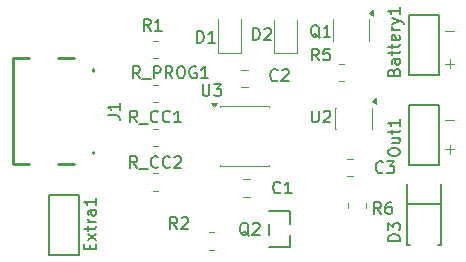
<source format=gbr>
%TF.GenerationSoftware,KiCad,Pcbnew,9.0.7-9.0.7~ubuntu24.04.1*%
%TF.CreationDate,2026-01-27T10:33:45-05:00*%
%TF.ProjectId,battery-charging-experimentation,62617474-6572-4792-9d63-68617267696e,rev?*%
%TF.SameCoordinates,Original*%
%TF.FileFunction,Legend,Top*%
%TF.FilePolarity,Positive*%
%FSLAX46Y46*%
G04 Gerber Fmt 4.6, Leading zero omitted, Abs format (unit mm)*
G04 Created by KiCad (PCBNEW 9.0.7-9.0.7~ubuntu24.04.1) date 2026-01-27 10:33:45*
%MOMM*%
%LPD*%
G01*
G04 APERTURE LIST*
%ADD10C,0.100000*%
%ADD11C,0.150000*%
%ADD12C,0.200000*%
%ADD13C,0.120000*%
%ADD14C,0.250000*%
G04 APERTURE END LIST*
D10*
X89013884Y-50241466D02*
X89775789Y-50241466D01*
X89013884Y-52991466D02*
X89775789Y-52991466D01*
X89394836Y-53372419D02*
X89394836Y-52610514D01*
X89013884Y-57741466D02*
X89775789Y-57741466D01*
X89013884Y-60241466D02*
X89775789Y-60241466D01*
X89394836Y-60622419D02*
X89394836Y-59860514D01*
D11*
X58931009Y-68702857D02*
X58931009Y-68369524D01*
X59454819Y-68226667D02*
X59454819Y-68702857D01*
X59454819Y-68702857D02*
X58454819Y-68702857D01*
X58454819Y-68702857D02*
X58454819Y-68226667D01*
X59454819Y-67893333D02*
X58788152Y-67369524D01*
X58788152Y-67893333D02*
X59454819Y-67369524D01*
X58788152Y-67131428D02*
X58788152Y-66750476D01*
X58454819Y-66988571D02*
X59311961Y-66988571D01*
X59311961Y-66988571D02*
X59407200Y-66940952D01*
X59407200Y-66940952D02*
X59454819Y-66845714D01*
X59454819Y-66845714D02*
X59454819Y-66750476D01*
X59454819Y-66417142D02*
X58788152Y-66417142D01*
X58978628Y-66417142D02*
X58883390Y-66369523D01*
X58883390Y-66369523D02*
X58835771Y-66321904D01*
X58835771Y-66321904D02*
X58788152Y-66226666D01*
X58788152Y-66226666D02*
X58788152Y-66131428D01*
X59454819Y-65369523D02*
X58931009Y-65369523D01*
X58931009Y-65369523D02*
X58835771Y-65417142D01*
X58835771Y-65417142D02*
X58788152Y-65512380D01*
X58788152Y-65512380D02*
X58788152Y-65702856D01*
X58788152Y-65702856D02*
X58835771Y-65798094D01*
X59407200Y-65369523D02*
X59454819Y-65464761D01*
X59454819Y-65464761D02*
X59454819Y-65702856D01*
X59454819Y-65702856D02*
X59407200Y-65798094D01*
X59407200Y-65798094D02*
X59311961Y-65845713D01*
X59311961Y-65845713D02*
X59216723Y-65845713D01*
X59216723Y-65845713D02*
X59121485Y-65798094D01*
X59121485Y-65798094D02*
X59073866Y-65702856D01*
X59073866Y-65702856D02*
X59073866Y-65464761D01*
X59073866Y-65464761D02*
X59026247Y-65369523D01*
X59454819Y-64369523D02*
X59454819Y-64940951D01*
X59454819Y-64655237D02*
X58454819Y-64655237D01*
X58454819Y-64655237D02*
X58597676Y-64750475D01*
X58597676Y-64750475D02*
X58692914Y-64845713D01*
X58692914Y-64845713D02*
X58740533Y-64940951D01*
X84661009Y-53677619D02*
X84708628Y-53534762D01*
X84708628Y-53534762D02*
X84756247Y-53487143D01*
X84756247Y-53487143D02*
X84851485Y-53439524D01*
X84851485Y-53439524D02*
X84994342Y-53439524D01*
X84994342Y-53439524D02*
X85089580Y-53487143D01*
X85089580Y-53487143D02*
X85137200Y-53534762D01*
X85137200Y-53534762D02*
X85184819Y-53630000D01*
X85184819Y-53630000D02*
X85184819Y-54010952D01*
X85184819Y-54010952D02*
X84184819Y-54010952D01*
X84184819Y-54010952D02*
X84184819Y-53677619D01*
X84184819Y-53677619D02*
X84232438Y-53582381D01*
X84232438Y-53582381D02*
X84280057Y-53534762D01*
X84280057Y-53534762D02*
X84375295Y-53487143D01*
X84375295Y-53487143D02*
X84470533Y-53487143D01*
X84470533Y-53487143D02*
X84565771Y-53534762D01*
X84565771Y-53534762D02*
X84613390Y-53582381D01*
X84613390Y-53582381D02*
X84661009Y-53677619D01*
X84661009Y-53677619D02*
X84661009Y-54010952D01*
X85184819Y-52582381D02*
X84661009Y-52582381D01*
X84661009Y-52582381D02*
X84565771Y-52630000D01*
X84565771Y-52630000D02*
X84518152Y-52725238D01*
X84518152Y-52725238D02*
X84518152Y-52915714D01*
X84518152Y-52915714D02*
X84565771Y-53010952D01*
X85137200Y-52582381D02*
X85184819Y-52677619D01*
X85184819Y-52677619D02*
X85184819Y-52915714D01*
X85184819Y-52915714D02*
X85137200Y-53010952D01*
X85137200Y-53010952D02*
X85041961Y-53058571D01*
X85041961Y-53058571D02*
X84946723Y-53058571D01*
X84946723Y-53058571D02*
X84851485Y-53010952D01*
X84851485Y-53010952D02*
X84803866Y-52915714D01*
X84803866Y-52915714D02*
X84803866Y-52677619D01*
X84803866Y-52677619D02*
X84756247Y-52582381D01*
X84518152Y-52249047D02*
X84518152Y-51868095D01*
X84184819Y-52106190D02*
X85041961Y-52106190D01*
X85041961Y-52106190D02*
X85137200Y-52058571D01*
X85137200Y-52058571D02*
X85184819Y-51963333D01*
X85184819Y-51963333D02*
X85184819Y-51868095D01*
X84518152Y-51677618D02*
X84518152Y-51296666D01*
X84184819Y-51534761D02*
X85041961Y-51534761D01*
X85041961Y-51534761D02*
X85137200Y-51487142D01*
X85137200Y-51487142D02*
X85184819Y-51391904D01*
X85184819Y-51391904D02*
X85184819Y-51296666D01*
X85137200Y-50582380D02*
X85184819Y-50677618D01*
X85184819Y-50677618D02*
X85184819Y-50868094D01*
X85184819Y-50868094D02*
X85137200Y-50963332D01*
X85137200Y-50963332D02*
X85041961Y-51010951D01*
X85041961Y-51010951D02*
X84661009Y-51010951D01*
X84661009Y-51010951D02*
X84565771Y-50963332D01*
X84565771Y-50963332D02*
X84518152Y-50868094D01*
X84518152Y-50868094D02*
X84518152Y-50677618D01*
X84518152Y-50677618D02*
X84565771Y-50582380D01*
X84565771Y-50582380D02*
X84661009Y-50534761D01*
X84661009Y-50534761D02*
X84756247Y-50534761D01*
X84756247Y-50534761D02*
X84851485Y-51010951D01*
X85184819Y-50106189D02*
X84518152Y-50106189D01*
X84708628Y-50106189D02*
X84613390Y-50058570D01*
X84613390Y-50058570D02*
X84565771Y-50010951D01*
X84565771Y-50010951D02*
X84518152Y-49915713D01*
X84518152Y-49915713D02*
X84518152Y-49820475D01*
X84518152Y-49582379D02*
X85184819Y-49344284D01*
X84518152Y-49106189D02*
X85184819Y-49344284D01*
X85184819Y-49344284D02*
X85422914Y-49439522D01*
X85422914Y-49439522D02*
X85470533Y-49487141D01*
X85470533Y-49487141D02*
X85518152Y-49582379D01*
X85184819Y-48201427D02*
X85184819Y-48772855D01*
X85184819Y-48487141D02*
X84184819Y-48487141D01*
X84184819Y-48487141D02*
X84327676Y-48582379D01*
X84327676Y-48582379D02*
X84422914Y-48677617D01*
X84422914Y-48677617D02*
X84470533Y-48772855D01*
X78333333Y-52704819D02*
X78000000Y-52228628D01*
X77761905Y-52704819D02*
X77761905Y-51704819D01*
X77761905Y-51704819D02*
X78142857Y-51704819D01*
X78142857Y-51704819D02*
X78238095Y-51752438D01*
X78238095Y-51752438D02*
X78285714Y-51800057D01*
X78285714Y-51800057D02*
X78333333Y-51895295D01*
X78333333Y-51895295D02*
X78333333Y-52038152D01*
X78333333Y-52038152D02*
X78285714Y-52133390D01*
X78285714Y-52133390D02*
X78238095Y-52181009D01*
X78238095Y-52181009D02*
X78142857Y-52228628D01*
X78142857Y-52228628D02*
X77761905Y-52228628D01*
X79238095Y-51704819D02*
X78761905Y-51704819D01*
X78761905Y-51704819D02*
X78714286Y-52181009D01*
X78714286Y-52181009D02*
X78761905Y-52133390D01*
X78761905Y-52133390D02*
X78857143Y-52085771D01*
X78857143Y-52085771D02*
X79095238Y-52085771D01*
X79095238Y-52085771D02*
X79190476Y-52133390D01*
X79190476Y-52133390D02*
X79238095Y-52181009D01*
X79238095Y-52181009D02*
X79285714Y-52276247D01*
X79285714Y-52276247D02*
X79285714Y-52514342D01*
X79285714Y-52514342D02*
X79238095Y-52609580D01*
X79238095Y-52609580D02*
X79190476Y-52657200D01*
X79190476Y-52657200D02*
X79095238Y-52704819D01*
X79095238Y-52704819D02*
X78857143Y-52704819D01*
X78857143Y-52704819D02*
X78761905Y-52657200D01*
X78761905Y-52657200D02*
X78714286Y-52609580D01*
X75083333Y-63859580D02*
X75035714Y-63907200D01*
X75035714Y-63907200D02*
X74892857Y-63954819D01*
X74892857Y-63954819D02*
X74797619Y-63954819D01*
X74797619Y-63954819D02*
X74654762Y-63907200D01*
X74654762Y-63907200D02*
X74559524Y-63811961D01*
X74559524Y-63811961D02*
X74511905Y-63716723D01*
X74511905Y-63716723D02*
X74464286Y-63526247D01*
X74464286Y-63526247D02*
X74464286Y-63383390D01*
X74464286Y-63383390D02*
X74511905Y-63192914D01*
X74511905Y-63192914D02*
X74559524Y-63097676D01*
X74559524Y-63097676D02*
X74654762Y-63002438D01*
X74654762Y-63002438D02*
X74797619Y-62954819D01*
X74797619Y-62954819D02*
X74892857Y-62954819D01*
X74892857Y-62954819D02*
X75035714Y-63002438D01*
X75035714Y-63002438D02*
X75083333Y-63050057D01*
X76035714Y-63954819D02*
X75464286Y-63954819D01*
X75750000Y-63954819D02*
X75750000Y-62954819D01*
X75750000Y-62954819D02*
X75654762Y-63097676D01*
X75654762Y-63097676D02*
X75559524Y-63192914D01*
X75559524Y-63192914D02*
X75464286Y-63240533D01*
X66333333Y-66954819D02*
X66000000Y-66478628D01*
X65761905Y-66954819D02*
X65761905Y-65954819D01*
X65761905Y-65954819D02*
X66142857Y-65954819D01*
X66142857Y-65954819D02*
X66238095Y-66002438D01*
X66238095Y-66002438D02*
X66285714Y-66050057D01*
X66285714Y-66050057D02*
X66333333Y-66145295D01*
X66333333Y-66145295D02*
X66333333Y-66288152D01*
X66333333Y-66288152D02*
X66285714Y-66383390D01*
X66285714Y-66383390D02*
X66238095Y-66431009D01*
X66238095Y-66431009D02*
X66142857Y-66478628D01*
X66142857Y-66478628D02*
X65761905Y-66478628D01*
X66714286Y-66050057D02*
X66761905Y-66002438D01*
X66761905Y-66002438D02*
X66857143Y-65954819D01*
X66857143Y-65954819D02*
X67095238Y-65954819D01*
X67095238Y-65954819D02*
X67190476Y-66002438D01*
X67190476Y-66002438D02*
X67238095Y-66050057D01*
X67238095Y-66050057D02*
X67285714Y-66145295D01*
X67285714Y-66145295D02*
X67285714Y-66240533D01*
X67285714Y-66240533D02*
X67238095Y-66383390D01*
X67238095Y-66383390D02*
X66666667Y-66954819D01*
X66666667Y-66954819D02*
X67285714Y-66954819D01*
X63178571Y-54204819D02*
X62845238Y-53728628D01*
X62607143Y-54204819D02*
X62607143Y-53204819D01*
X62607143Y-53204819D02*
X62988095Y-53204819D01*
X62988095Y-53204819D02*
X63083333Y-53252438D01*
X63083333Y-53252438D02*
X63130952Y-53300057D01*
X63130952Y-53300057D02*
X63178571Y-53395295D01*
X63178571Y-53395295D02*
X63178571Y-53538152D01*
X63178571Y-53538152D02*
X63130952Y-53633390D01*
X63130952Y-53633390D02*
X63083333Y-53681009D01*
X63083333Y-53681009D02*
X62988095Y-53728628D01*
X62988095Y-53728628D02*
X62607143Y-53728628D01*
X63369048Y-54300057D02*
X64130952Y-54300057D01*
X64369048Y-54204819D02*
X64369048Y-53204819D01*
X64369048Y-53204819D02*
X64750000Y-53204819D01*
X64750000Y-53204819D02*
X64845238Y-53252438D01*
X64845238Y-53252438D02*
X64892857Y-53300057D01*
X64892857Y-53300057D02*
X64940476Y-53395295D01*
X64940476Y-53395295D02*
X64940476Y-53538152D01*
X64940476Y-53538152D02*
X64892857Y-53633390D01*
X64892857Y-53633390D02*
X64845238Y-53681009D01*
X64845238Y-53681009D02*
X64750000Y-53728628D01*
X64750000Y-53728628D02*
X64369048Y-53728628D01*
X65940476Y-54204819D02*
X65607143Y-53728628D01*
X65369048Y-54204819D02*
X65369048Y-53204819D01*
X65369048Y-53204819D02*
X65750000Y-53204819D01*
X65750000Y-53204819D02*
X65845238Y-53252438D01*
X65845238Y-53252438D02*
X65892857Y-53300057D01*
X65892857Y-53300057D02*
X65940476Y-53395295D01*
X65940476Y-53395295D02*
X65940476Y-53538152D01*
X65940476Y-53538152D02*
X65892857Y-53633390D01*
X65892857Y-53633390D02*
X65845238Y-53681009D01*
X65845238Y-53681009D02*
X65750000Y-53728628D01*
X65750000Y-53728628D02*
X65369048Y-53728628D01*
X66559524Y-53204819D02*
X66750000Y-53204819D01*
X66750000Y-53204819D02*
X66845238Y-53252438D01*
X66845238Y-53252438D02*
X66940476Y-53347676D01*
X66940476Y-53347676D02*
X66988095Y-53538152D01*
X66988095Y-53538152D02*
X66988095Y-53871485D01*
X66988095Y-53871485D02*
X66940476Y-54061961D01*
X66940476Y-54061961D02*
X66845238Y-54157200D01*
X66845238Y-54157200D02*
X66750000Y-54204819D01*
X66750000Y-54204819D02*
X66559524Y-54204819D01*
X66559524Y-54204819D02*
X66464286Y-54157200D01*
X66464286Y-54157200D02*
X66369048Y-54061961D01*
X66369048Y-54061961D02*
X66321429Y-53871485D01*
X66321429Y-53871485D02*
X66321429Y-53538152D01*
X66321429Y-53538152D02*
X66369048Y-53347676D01*
X66369048Y-53347676D02*
X66464286Y-53252438D01*
X66464286Y-53252438D02*
X66559524Y-53204819D01*
X67940476Y-53252438D02*
X67845238Y-53204819D01*
X67845238Y-53204819D02*
X67702381Y-53204819D01*
X67702381Y-53204819D02*
X67559524Y-53252438D01*
X67559524Y-53252438D02*
X67464286Y-53347676D01*
X67464286Y-53347676D02*
X67416667Y-53442914D01*
X67416667Y-53442914D02*
X67369048Y-53633390D01*
X67369048Y-53633390D02*
X67369048Y-53776247D01*
X67369048Y-53776247D02*
X67416667Y-53966723D01*
X67416667Y-53966723D02*
X67464286Y-54061961D01*
X67464286Y-54061961D02*
X67559524Y-54157200D01*
X67559524Y-54157200D02*
X67702381Y-54204819D01*
X67702381Y-54204819D02*
X67797619Y-54204819D01*
X67797619Y-54204819D02*
X67940476Y-54157200D01*
X67940476Y-54157200D02*
X67988095Y-54109580D01*
X67988095Y-54109580D02*
X67988095Y-53776247D01*
X67988095Y-53776247D02*
X67797619Y-53776247D01*
X68940476Y-54204819D02*
X68369048Y-54204819D01*
X68654762Y-54204819D02*
X68654762Y-53204819D01*
X68654762Y-53204819D02*
X68559524Y-53347676D01*
X68559524Y-53347676D02*
X68464286Y-53442914D01*
X68464286Y-53442914D02*
X68369048Y-53490533D01*
X60454819Y-57333333D02*
X61169104Y-57333333D01*
X61169104Y-57333333D02*
X61311961Y-57380952D01*
X61311961Y-57380952D02*
X61407200Y-57476190D01*
X61407200Y-57476190D02*
X61454819Y-57619047D01*
X61454819Y-57619047D02*
X61454819Y-57714285D01*
X61454819Y-56333333D02*
X61454819Y-56904761D01*
X61454819Y-56619047D02*
X60454819Y-56619047D01*
X60454819Y-56619047D02*
X60597676Y-56714285D01*
X60597676Y-56714285D02*
X60692914Y-56809523D01*
X60692914Y-56809523D02*
X60740533Y-56904761D01*
X62952380Y-61804819D02*
X62619047Y-61328628D01*
X62380952Y-61804819D02*
X62380952Y-60804819D01*
X62380952Y-60804819D02*
X62761904Y-60804819D01*
X62761904Y-60804819D02*
X62857142Y-60852438D01*
X62857142Y-60852438D02*
X62904761Y-60900057D01*
X62904761Y-60900057D02*
X62952380Y-60995295D01*
X62952380Y-60995295D02*
X62952380Y-61138152D01*
X62952380Y-61138152D02*
X62904761Y-61233390D01*
X62904761Y-61233390D02*
X62857142Y-61281009D01*
X62857142Y-61281009D02*
X62761904Y-61328628D01*
X62761904Y-61328628D02*
X62380952Y-61328628D01*
X63142857Y-61900057D02*
X63904761Y-61900057D01*
X64714285Y-61709580D02*
X64666666Y-61757200D01*
X64666666Y-61757200D02*
X64523809Y-61804819D01*
X64523809Y-61804819D02*
X64428571Y-61804819D01*
X64428571Y-61804819D02*
X64285714Y-61757200D01*
X64285714Y-61757200D02*
X64190476Y-61661961D01*
X64190476Y-61661961D02*
X64142857Y-61566723D01*
X64142857Y-61566723D02*
X64095238Y-61376247D01*
X64095238Y-61376247D02*
X64095238Y-61233390D01*
X64095238Y-61233390D02*
X64142857Y-61042914D01*
X64142857Y-61042914D02*
X64190476Y-60947676D01*
X64190476Y-60947676D02*
X64285714Y-60852438D01*
X64285714Y-60852438D02*
X64428571Y-60804819D01*
X64428571Y-60804819D02*
X64523809Y-60804819D01*
X64523809Y-60804819D02*
X64666666Y-60852438D01*
X64666666Y-60852438D02*
X64714285Y-60900057D01*
X65714285Y-61709580D02*
X65666666Y-61757200D01*
X65666666Y-61757200D02*
X65523809Y-61804819D01*
X65523809Y-61804819D02*
X65428571Y-61804819D01*
X65428571Y-61804819D02*
X65285714Y-61757200D01*
X65285714Y-61757200D02*
X65190476Y-61661961D01*
X65190476Y-61661961D02*
X65142857Y-61566723D01*
X65142857Y-61566723D02*
X65095238Y-61376247D01*
X65095238Y-61376247D02*
X65095238Y-61233390D01*
X65095238Y-61233390D02*
X65142857Y-61042914D01*
X65142857Y-61042914D02*
X65190476Y-60947676D01*
X65190476Y-60947676D02*
X65285714Y-60852438D01*
X65285714Y-60852438D02*
X65428571Y-60804819D01*
X65428571Y-60804819D02*
X65523809Y-60804819D01*
X65523809Y-60804819D02*
X65666666Y-60852438D01*
X65666666Y-60852438D02*
X65714285Y-60900057D01*
X66095238Y-60900057D02*
X66142857Y-60852438D01*
X66142857Y-60852438D02*
X66238095Y-60804819D01*
X66238095Y-60804819D02*
X66476190Y-60804819D01*
X66476190Y-60804819D02*
X66571428Y-60852438D01*
X66571428Y-60852438D02*
X66619047Y-60900057D01*
X66619047Y-60900057D02*
X66666666Y-60995295D01*
X66666666Y-60995295D02*
X66666666Y-61090533D01*
X66666666Y-61090533D02*
X66619047Y-61233390D01*
X66619047Y-61233390D02*
X66047619Y-61804819D01*
X66047619Y-61804819D02*
X66666666Y-61804819D01*
X83583333Y-65704819D02*
X83250000Y-65228628D01*
X83011905Y-65704819D02*
X83011905Y-64704819D01*
X83011905Y-64704819D02*
X83392857Y-64704819D01*
X83392857Y-64704819D02*
X83488095Y-64752438D01*
X83488095Y-64752438D02*
X83535714Y-64800057D01*
X83535714Y-64800057D02*
X83583333Y-64895295D01*
X83583333Y-64895295D02*
X83583333Y-65038152D01*
X83583333Y-65038152D02*
X83535714Y-65133390D01*
X83535714Y-65133390D02*
X83488095Y-65181009D01*
X83488095Y-65181009D02*
X83392857Y-65228628D01*
X83392857Y-65228628D02*
X83011905Y-65228628D01*
X84440476Y-64704819D02*
X84250000Y-64704819D01*
X84250000Y-64704819D02*
X84154762Y-64752438D01*
X84154762Y-64752438D02*
X84107143Y-64800057D01*
X84107143Y-64800057D02*
X84011905Y-64942914D01*
X84011905Y-64942914D02*
X83964286Y-65133390D01*
X83964286Y-65133390D02*
X83964286Y-65514342D01*
X83964286Y-65514342D02*
X84011905Y-65609580D01*
X84011905Y-65609580D02*
X84059524Y-65657200D01*
X84059524Y-65657200D02*
X84154762Y-65704819D01*
X84154762Y-65704819D02*
X84345238Y-65704819D01*
X84345238Y-65704819D02*
X84440476Y-65657200D01*
X84440476Y-65657200D02*
X84488095Y-65609580D01*
X84488095Y-65609580D02*
X84535714Y-65514342D01*
X84535714Y-65514342D02*
X84535714Y-65276247D01*
X84535714Y-65276247D02*
X84488095Y-65181009D01*
X84488095Y-65181009D02*
X84440476Y-65133390D01*
X84440476Y-65133390D02*
X84345238Y-65085771D01*
X84345238Y-65085771D02*
X84154762Y-65085771D01*
X84154762Y-65085771D02*
X84059524Y-65133390D01*
X84059524Y-65133390D02*
X84011905Y-65181009D01*
X84011905Y-65181009D02*
X83964286Y-65276247D01*
X68011905Y-51204819D02*
X68011905Y-50204819D01*
X68011905Y-50204819D02*
X68250000Y-50204819D01*
X68250000Y-50204819D02*
X68392857Y-50252438D01*
X68392857Y-50252438D02*
X68488095Y-50347676D01*
X68488095Y-50347676D02*
X68535714Y-50442914D01*
X68535714Y-50442914D02*
X68583333Y-50633390D01*
X68583333Y-50633390D02*
X68583333Y-50776247D01*
X68583333Y-50776247D02*
X68535714Y-50966723D01*
X68535714Y-50966723D02*
X68488095Y-51061961D01*
X68488095Y-51061961D02*
X68392857Y-51157200D01*
X68392857Y-51157200D02*
X68250000Y-51204819D01*
X68250000Y-51204819D02*
X68011905Y-51204819D01*
X69535714Y-51204819D02*
X68964286Y-51204819D01*
X69250000Y-51204819D02*
X69250000Y-50204819D01*
X69250000Y-50204819D02*
X69154762Y-50347676D01*
X69154762Y-50347676D02*
X69059524Y-50442914D01*
X69059524Y-50442914D02*
X68964286Y-50490533D01*
X84184819Y-60559523D02*
X84184819Y-60369047D01*
X84184819Y-60369047D02*
X84232438Y-60273809D01*
X84232438Y-60273809D02*
X84327676Y-60178571D01*
X84327676Y-60178571D02*
X84518152Y-60130952D01*
X84518152Y-60130952D02*
X84851485Y-60130952D01*
X84851485Y-60130952D02*
X85041961Y-60178571D01*
X85041961Y-60178571D02*
X85137200Y-60273809D01*
X85137200Y-60273809D02*
X85184819Y-60369047D01*
X85184819Y-60369047D02*
X85184819Y-60559523D01*
X85184819Y-60559523D02*
X85137200Y-60654761D01*
X85137200Y-60654761D02*
X85041961Y-60749999D01*
X85041961Y-60749999D02*
X84851485Y-60797618D01*
X84851485Y-60797618D02*
X84518152Y-60797618D01*
X84518152Y-60797618D02*
X84327676Y-60749999D01*
X84327676Y-60749999D02*
X84232438Y-60654761D01*
X84232438Y-60654761D02*
X84184819Y-60559523D01*
X84518152Y-59273809D02*
X85184819Y-59273809D01*
X84518152Y-59702380D02*
X85041961Y-59702380D01*
X85041961Y-59702380D02*
X85137200Y-59654761D01*
X85137200Y-59654761D02*
X85184819Y-59559523D01*
X85184819Y-59559523D02*
X85184819Y-59416666D01*
X85184819Y-59416666D02*
X85137200Y-59321428D01*
X85137200Y-59321428D02*
X85089580Y-59273809D01*
X84518152Y-58940475D02*
X84518152Y-58559523D01*
X84184819Y-58797618D02*
X85041961Y-58797618D01*
X85041961Y-58797618D02*
X85137200Y-58749999D01*
X85137200Y-58749999D02*
X85184819Y-58654761D01*
X85184819Y-58654761D02*
X85184819Y-58559523D01*
X85184819Y-57702380D02*
X85184819Y-58273808D01*
X85184819Y-57988094D02*
X84184819Y-57988094D01*
X84184819Y-57988094D02*
X84327676Y-58083332D01*
X84327676Y-58083332D02*
X84422914Y-58178570D01*
X84422914Y-58178570D02*
X84470533Y-58273808D01*
X72404761Y-67550057D02*
X72309523Y-67502438D01*
X72309523Y-67502438D02*
X72214285Y-67407200D01*
X72214285Y-67407200D02*
X72071428Y-67264342D01*
X72071428Y-67264342D02*
X71976190Y-67216723D01*
X71976190Y-67216723D02*
X71880952Y-67216723D01*
X71928571Y-67454819D02*
X71833333Y-67407200D01*
X71833333Y-67407200D02*
X71738095Y-67311961D01*
X71738095Y-67311961D02*
X71690476Y-67121485D01*
X71690476Y-67121485D02*
X71690476Y-66788152D01*
X71690476Y-66788152D02*
X71738095Y-66597676D01*
X71738095Y-66597676D02*
X71833333Y-66502438D01*
X71833333Y-66502438D02*
X71928571Y-66454819D01*
X71928571Y-66454819D02*
X72119047Y-66454819D01*
X72119047Y-66454819D02*
X72214285Y-66502438D01*
X72214285Y-66502438D02*
X72309523Y-66597676D01*
X72309523Y-66597676D02*
X72357142Y-66788152D01*
X72357142Y-66788152D02*
X72357142Y-67121485D01*
X72357142Y-67121485D02*
X72309523Y-67311961D01*
X72309523Y-67311961D02*
X72214285Y-67407200D01*
X72214285Y-67407200D02*
X72119047Y-67454819D01*
X72119047Y-67454819D02*
X71928571Y-67454819D01*
X72738095Y-66550057D02*
X72785714Y-66502438D01*
X72785714Y-66502438D02*
X72880952Y-66454819D01*
X72880952Y-66454819D02*
X73119047Y-66454819D01*
X73119047Y-66454819D02*
X73214285Y-66502438D01*
X73214285Y-66502438D02*
X73261904Y-66550057D01*
X73261904Y-66550057D02*
X73309523Y-66645295D01*
X73309523Y-66645295D02*
X73309523Y-66740533D01*
X73309523Y-66740533D02*
X73261904Y-66883390D01*
X73261904Y-66883390D02*
X72690476Y-67454819D01*
X72690476Y-67454819D02*
X73309523Y-67454819D01*
X85204819Y-67988094D02*
X84204819Y-67988094D01*
X84204819Y-67988094D02*
X84204819Y-67749999D01*
X84204819Y-67749999D02*
X84252438Y-67607142D01*
X84252438Y-67607142D02*
X84347676Y-67511904D01*
X84347676Y-67511904D02*
X84442914Y-67464285D01*
X84442914Y-67464285D02*
X84633390Y-67416666D01*
X84633390Y-67416666D02*
X84776247Y-67416666D01*
X84776247Y-67416666D02*
X84966723Y-67464285D01*
X84966723Y-67464285D02*
X85061961Y-67511904D01*
X85061961Y-67511904D02*
X85157200Y-67607142D01*
X85157200Y-67607142D02*
X85204819Y-67749999D01*
X85204819Y-67749999D02*
X85204819Y-67988094D01*
X84204819Y-67083332D02*
X84204819Y-66464285D01*
X84204819Y-66464285D02*
X84585771Y-66797618D01*
X84585771Y-66797618D02*
X84585771Y-66654761D01*
X84585771Y-66654761D02*
X84633390Y-66559523D01*
X84633390Y-66559523D02*
X84681009Y-66511904D01*
X84681009Y-66511904D02*
X84776247Y-66464285D01*
X84776247Y-66464285D02*
X85014342Y-66464285D01*
X85014342Y-66464285D02*
X85109580Y-66511904D01*
X85109580Y-66511904D02*
X85157200Y-66559523D01*
X85157200Y-66559523D02*
X85204819Y-66654761D01*
X85204819Y-66654761D02*
X85204819Y-66940475D01*
X85204819Y-66940475D02*
X85157200Y-67035713D01*
X85157200Y-67035713D02*
X85109580Y-67083332D01*
X77738095Y-56954819D02*
X77738095Y-57764342D01*
X77738095Y-57764342D02*
X77785714Y-57859580D01*
X77785714Y-57859580D02*
X77833333Y-57907200D01*
X77833333Y-57907200D02*
X77928571Y-57954819D01*
X77928571Y-57954819D02*
X78119047Y-57954819D01*
X78119047Y-57954819D02*
X78214285Y-57907200D01*
X78214285Y-57907200D02*
X78261904Y-57859580D01*
X78261904Y-57859580D02*
X78309523Y-57764342D01*
X78309523Y-57764342D02*
X78309523Y-56954819D01*
X78738095Y-57050057D02*
X78785714Y-57002438D01*
X78785714Y-57002438D02*
X78880952Y-56954819D01*
X78880952Y-56954819D02*
X79119047Y-56954819D01*
X79119047Y-56954819D02*
X79214285Y-57002438D01*
X79214285Y-57002438D02*
X79261904Y-57050057D01*
X79261904Y-57050057D02*
X79309523Y-57145295D01*
X79309523Y-57145295D02*
X79309523Y-57240533D01*
X79309523Y-57240533D02*
X79261904Y-57383390D01*
X79261904Y-57383390D02*
X78690476Y-57954819D01*
X78690476Y-57954819D02*
X79309523Y-57954819D01*
X74833333Y-54359580D02*
X74785714Y-54407200D01*
X74785714Y-54407200D02*
X74642857Y-54454819D01*
X74642857Y-54454819D02*
X74547619Y-54454819D01*
X74547619Y-54454819D02*
X74404762Y-54407200D01*
X74404762Y-54407200D02*
X74309524Y-54311961D01*
X74309524Y-54311961D02*
X74261905Y-54216723D01*
X74261905Y-54216723D02*
X74214286Y-54026247D01*
X74214286Y-54026247D02*
X74214286Y-53883390D01*
X74214286Y-53883390D02*
X74261905Y-53692914D01*
X74261905Y-53692914D02*
X74309524Y-53597676D01*
X74309524Y-53597676D02*
X74404762Y-53502438D01*
X74404762Y-53502438D02*
X74547619Y-53454819D01*
X74547619Y-53454819D02*
X74642857Y-53454819D01*
X74642857Y-53454819D02*
X74785714Y-53502438D01*
X74785714Y-53502438D02*
X74833333Y-53550057D01*
X75214286Y-53550057D02*
X75261905Y-53502438D01*
X75261905Y-53502438D02*
X75357143Y-53454819D01*
X75357143Y-53454819D02*
X75595238Y-53454819D01*
X75595238Y-53454819D02*
X75690476Y-53502438D01*
X75690476Y-53502438D02*
X75738095Y-53550057D01*
X75738095Y-53550057D02*
X75785714Y-53645295D01*
X75785714Y-53645295D02*
X75785714Y-53740533D01*
X75785714Y-53740533D02*
X75738095Y-53883390D01*
X75738095Y-53883390D02*
X75166667Y-54454819D01*
X75166667Y-54454819D02*
X75785714Y-54454819D01*
X64083333Y-50204819D02*
X63750000Y-49728628D01*
X63511905Y-50204819D02*
X63511905Y-49204819D01*
X63511905Y-49204819D02*
X63892857Y-49204819D01*
X63892857Y-49204819D02*
X63988095Y-49252438D01*
X63988095Y-49252438D02*
X64035714Y-49300057D01*
X64035714Y-49300057D02*
X64083333Y-49395295D01*
X64083333Y-49395295D02*
X64083333Y-49538152D01*
X64083333Y-49538152D02*
X64035714Y-49633390D01*
X64035714Y-49633390D02*
X63988095Y-49681009D01*
X63988095Y-49681009D02*
X63892857Y-49728628D01*
X63892857Y-49728628D02*
X63511905Y-49728628D01*
X65035714Y-50204819D02*
X64464286Y-50204819D01*
X64750000Y-50204819D02*
X64750000Y-49204819D01*
X64750000Y-49204819D02*
X64654762Y-49347676D01*
X64654762Y-49347676D02*
X64559524Y-49442914D01*
X64559524Y-49442914D02*
X64464286Y-49490533D01*
X62952380Y-57954819D02*
X62619047Y-57478628D01*
X62380952Y-57954819D02*
X62380952Y-56954819D01*
X62380952Y-56954819D02*
X62761904Y-56954819D01*
X62761904Y-56954819D02*
X62857142Y-57002438D01*
X62857142Y-57002438D02*
X62904761Y-57050057D01*
X62904761Y-57050057D02*
X62952380Y-57145295D01*
X62952380Y-57145295D02*
X62952380Y-57288152D01*
X62952380Y-57288152D02*
X62904761Y-57383390D01*
X62904761Y-57383390D02*
X62857142Y-57431009D01*
X62857142Y-57431009D02*
X62761904Y-57478628D01*
X62761904Y-57478628D02*
X62380952Y-57478628D01*
X63142857Y-58050057D02*
X63904761Y-58050057D01*
X64714285Y-57859580D02*
X64666666Y-57907200D01*
X64666666Y-57907200D02*
X64523809Y-57954819D01*
X64523809Y-57954819D02*
X64428571Y-57954819D01*
X64428571Y-57954819D02*
X64285714Y-57907200D01*
X64285714Y-57907200D02*
X64190476Y-57811961D01*
X64190476Y-57811961D02*
X64142857Y-57716723D01*
X64142857Y-57716723D02*
X64095238Y-57526247D01*
X64095238Y-57526247D02*
X64095238Y-57383390D01*
X64095238Y-57383390D02*
X64142857Y-57192914D01*
X64142857Y-57192914D02*
X64190476Y-57097676D01*
X64190476Y-57097676D02*
X64285714Y-57002438D01*
X64285714Y-57002438D02*
X64428571Y-56954819D01*
X64428571Y-56954819D02*
X64523809Y-56954819D01*
X64523809Y-56954819D02*
X64666666Y-57002438D01*
X64666666Y-57002438D02*
X64714285Y-57050057D01*
X65714285Y-57859580D02*
X65666666Y-57907200D01*
X65666666Y-57907200D02*
X65523809Y-57954819D01*
X65523809Y-57954819D02*
X65428571Y-57954819D01*
X65428571Y-57954819D02*
X65285714Y-57907200D01*
X65285714Y-57907200D02*
X65190476Y-57811961D01*
X65190476Y-57811961D02*
X65142857Y-57716723D01*
X65142857Y-57716723D02*
X65095238Y-57526247D01*
X65095238Y-57526247D02*
X65095238Y-57383390D01*
X65095238Y-57383390D02*
X65142857Y-57192914D01*
X65142857Y-57192914D02*
X65190476Y-57097676D01*
X65190476Y-57097676D02*
X65285714Y-57002438D01*
X65285714Y-57002438D02*
X65428571Y-56954819D01*
X65428571Y-56954819D02*
X65523809Y-56954819D01*
X65523809Y-56954819D02*
X65666666Y-57002438D01*
X65666666Y-57002438D02*
X65714285Y-57050057D01*
X66666666Y-57954819D02*
X66095238Y-57954819D01*
X66380952Y-57954819D02*
X66380952Y-56954819D01*
X66380952Y-56954819D02*
X66285714Y-57097676D01*
X66285714Y-57097676D02*
X66190476Y-57192914D01*
X66190476Y-57192914D02*
X66095238Y-57240533D01*
X78404761Y-50800057D02*
X78309523Y-50752438D01*
X78309523Y-50752438D02*
X78214285Y-50657200D01*
X78214285Y-50657200D02*
X78071428Y-50514342D01*
X78071428Y-50514342D02*
X77976190Y-50466723D01*
X77976190Y-50466723D02*
X77880952Y-50466723D01*
X77928571Y-50704819D02*
X77833333Y-50657200D01*
X77833333Y-50657200D02*
X77738095Y-50561961D01*
X77738095Y-50561961D02*
X77690476Y-50371485D01*
X77690476Y-50371485D02*
X77690476Y-50038152D01*
X77690476Y-50038152D02*
X77738095Y-49847676D01*
X77738095Y-49847676D02*
X77833333Y-49752438D01*
X77833333Y-49752438D02*
X77928571Y-49704819D01*
X77928571Y-49704819D02*
X78119047Y-49704819D01*
X78119047Y-49704819D02*
X78214285Y-49752438D01*
X78214285Y-49752438D02*
X78309523Y-49847676D01*
X78309523Y-49847676D02*
X78357142Y-50038152D01*
X78357142Y-50038152D02*
X78357142Y-50371485D01*
X78357142Y-50371485D02*
X78309523Y-50561961D01*
X78309523Y-50561961D02*
X78214285Y-50657200D01*
X78214285Y-50657200D02*
X78119047Y-50704819D01*
X78119047Y-50704819D02*
X77928571Y-50704819D01*
X79309523Y-50704819D02*
X78738095Y-50704819D01*
X79023809Y-50704819D02*
X79023809Y-49704819D01*
X79023809Y-49704819D02*
X78928571Y-49847676D01*
X78928571Y-49847676D02*
X78833333Y-49942914D01*
X78833333Y-49942914D02*
X78738095Y-49990533D01*
X68488095Y-54704819D02*
X68488095Y-55514342D01*
X68488095Y-55514342D02*
X68535714Y-55609580D01*
X68535714Y-55609580D02*
X68583333Y-55657200D01*
X68583333Y-55657200D02*
X68678571Y-55704819D01*
X68678571Y-55704819D02*
X68869047Y-55704819D01*
X68869047Y-55704819D02*
X68964285Y-55657200D01*
X68964285Y-55657200D02*
X69011904Y-55609580D01*
X69011904Y-55609580D02*
X69059523Y-55514342D01*
X69059523Y-55514342D02*
X69059523Y-54704819D01*
X69440476Y-54704819D02*
X70059523Y-54704819D01*
X70059523Y-54704819D02*
X69726190Y-55085771D01*
X69726190Y-55085771D02*
X69869047Y-55085771D01*
X69869047Y-55085771D02*
X69964285Y-55133390D01*
X69964285Y-55133390D02*
X70011904Y-55181009D01*
X70011904Y-55181009D02*
X70059523Y-55276247D01*
X70059523Y-55276247D02*
X70059523Y-55514342D01*
X70059523Y-55514342D02*
X70011904Y-55609580D01*
X70011904Y-55609580D02*
X69964285Y-55657200D01*
X69964285Y-55657200D02*
X69869047Y-55704819D01*
X69869047Y-55704819D02*
X69583333Y-55704819D01*
X69583333Y-55704819D02*
X69488095Y-55657200D01*
X69488095Y-55657200D02*
X69440476Y-55609580D01*
X83758333Y-62153330D02*
X83710714Y-62200950D01*
X83710714Y-62200950D02*
X83567857Y-62248569D01*
X83567857Y-62248569D02*
X83472619Y-62248569D01*
X83472619Y-62248569D02*
X83329762Y-62200950D01*
X83329762Y-62200950D02*
X83234524Y-62105711D01*
X83234524Y-62105711D02*
X83186905Y-62010473D01*
X83186905Y-62010473D02*
X83139286Y-61819997D01*
X83139286Y-61819997D02*
X83139286Y-61677140D01*
X83139286Y-61677140D02*
X83186905Y-61486664D01*
X83186905Y-61486664D02*
X83234524Y-61391426D01*
X83234524Y-61391426D02*
X83329762Y-61296188D01*
X83329762Y-61296188D02*
X83472619Y-61248569D01*
X83472619Y-61248569D02*
X83567857Y-61248569D01*
X83567857Y-61248569D02*
X83710714Y-61296188D01*
X83710714Y-61296188D02*
X83758333Y-61343807D01*
X84091667Y-61248569D02*
X84710714Y-61248569D01*
X84710714Y-61248569D02*
X84377381Y-61629521D01*
X84377381Y-61629521D02*
X84520238Y-61629521D01*
X84520238Y-61629521D02*
X84615476Y-61677140D01*
X84615476Y-61677140D02*
X84663095Y-61724759D01*
X84663095Y-61724759D02*
X84710714Y-61819997D01*
X84710714Y-61819997D02*
X84710714Y-62058092D01*
X84710714Y-62058092D02*
X84663095Y-62153330D01*
X84663095Y-62153330D02*
X84615476Y-62200950D01*
X84615476Y-62200950D02*
X84520238Y-62248569D01*
X84520238Y-62248569D02*
X84234524Y-62248569D01*
X84234524Y-62248569D02*
X84139286Y-62200950D01*
X84139286Y-62200950D02*
X84091667Y-62153330D01*
X72761905Y-50954819D02*
X72761905Y-49954819D01*
X72761905Y-49954819D02*
X73000000Y-49954819D01*
X73000000Y-49954819D02*
X73142857Y-50002438D01*
X73142857Y-50002438D02*
X73238095Y-50097676D01*
X73238095Y-50097676D02*
X73285714Y-50192914D01*
X73285714Y-50192914D02*
X73333333Y-50383390D01*
X73333333Y-50383390D02*
X73333333Y-50526247D01*
X73333333Y-50526247D02*
X73285714Y-50716723D01*
X73285714Y-50716723D02*
X73238095Y-50811961D01*
X73238095Y-50811961D02*
X73142857Y-50907200D01*
X73142857Y-50907200D02*
X73000000Y-50954819D01*
X73000000Y-50954819D02*
X72761905Y-50954819D01*
X73714286Y-50050057D02*
X73761905Y-50002438D01*
X73761905Y-50002438D02*
X73857143Y-49954819D01*
X73857143Y-49954819D02*
X74095238Y-49954819D01*
X74095238Y-49954819D02*
X74190476Y-50002438D01*
X74190476Y-50002438D02*
X74238095Y-50050057D01*
X74238095Y-50050057D02*
X74285714Y-50145295D01*
X74285714Y-50145295D02*
X74285714Y-50240533D01*
X74285714Y-50240533D02*
X74238095Y-50383390D01*
X74238095Y-50383390D02*
X73666667Y-50954819D01*
X73666667Y-50954819D02*
X74285714Y-50954819D01*
D12*
%TO.C,Extra1*%
X58020000Y-69140000D02*
X55480000Y-69140000D01*
X58020000Y-64060000D02*
X58020000Y-69140000D01*
X55480000Y-69140000D02*
X55480000Y-67240000D01*
X55480000Y-64060000D02*
X58020000Y-64060000D01*
X55480000Y-64060000D02*
X55480000Y-67240000D01*
%TO.C,Battery1*%
X85960000Y-48820000D02*
X85960000Y-52000000D01*
X85960000Y-48820000D02*
X88500000Y-48820000D01*
X85960000Y-53900000D02*
X85960000Y-52000000D01*
X88500000Y-48820000D02*
X88500000Y-53900000D01*
X88500000Y-53900000D02*
X85960000Y-53900000D01*
D13*
%TO.C,R5*%
X80477064Y-53015000D02*
X80022936Y-53015000D01*
X80477064Y-54485000D02*
X80022936Y-54485000D01*
%TO.C,C1*%
X72473752Y-62765000D02*
X71951248Y-62765000D01*
X72473752Y-64235000D02*
X71951248Y-64235000D01*
%TO.C,R2*%
X69477064Y-68735000D02*
X69022936Y-68735000D01*
X69477064Y-67265000D02*
X69022936Y-67265000D01*
%TO.C,R_PROG1*%
X64272936Y-54765000D02*
X64727064Y-54765000D01*
X64272936Y-56235000D02*
X64727064Y-56235000D01*
D14*
%TO.C,J1*%
X52400000Y-52530000D02*
X53780000Y-52530000D01*
X52400000Y-61470000D02*
X52400000Y-52530000D01*
X52400000Y-61470000D02*
X53780000Y-61470000D01*
X56220000Y-52530000D02*
X57580000Y-52530000D01*
X56220000Y-61470000D02*
X57580000Y-61470000D01*
X59200000Y-53460000D02*
X59200000Y-53570000D01*
X59200000Y-60430000D02*
X59200000Y-60540000D01*
D13*
%TO.C,R_CC2*%
X64272936Y-62265000D02*
X64727064Y-62265000D01*
X64272936Y-63735000D02*
X64727064Y-63735000D01*
%TO.C,R6*%
X80815000Y-65227064D02*
X80815000Y-64772936D01*
X82285000Y-65227064D02*
X82285000Y-64772936D01*
%TO.C,D1*%
X69790000Y-49225000D02*
X69790000Y-52085000D01*
X69790000Y-52085000D02*
X71710000Y-52085000D01*
X71710000Y-52085000D02*
X71710000Y-49225000D01*
D12*
%TO.C,Out1*%
X88500000Y-61520000D02*
X85960000Y-61520000D01*
X88500000Y-56440000D02*
X88500000Y-61520000D01*
X85960000Y-61520000D02*
X85960000Y-59620000D01*
X85960000Y-56440000D02*
X88500000Y-56440000D01*
X85960000Y-56440000D02*
X85960000Y-59620000D01*
D11*
%TO.C,Q2*%
X74130000Y-65460000D02*
X75890000Y-65460000D01*
X74130000Y-67460000D02*
X74130000Y-66540000D01*
X74130000Y-68540000D02*
X75890000Y-68540000D01*
X75890000Y-65460000D02*
X75890000Y-66510000D01*
X75890000Y-68540000D02*
X75890000Y-67490000D01*
%TO.C,D3*%
X85820000Y-63150000D02*
X85820000Y-68350000D01*
X86070000Y-68340000D02*
X85840000Y-68350000D01*
X88680000Y-63150000D02*
X88680000Y-68350000D01*
X88680000Y-64870000D02*
X85820000Y-64870000D01*
X88680000Y-68350000D02*
X88440000Y-68350000D01*
D13*
%TO.C,U2*%
X79740000Y-56702500D02*
X79790000Y-56702500D01*
X79740000Y-58522500D02*
X79740000Y-56702500D01*
X79790000Y-58522500D02*
X79740000Y-58522500D01*
X82810000Y-56702500D02*
X82860000Y-56702500D01*
X82860000Y-56702500D02*
X82860000Y-58522500D01*
X82860000Y-58522500D02*
X82810000Y-58522500D01*
X83140000Y-56402500D02*
X82810000Y-56162500D01*
X83140000Y-55922500D01*
X83140000Y-56402500D01*
G36*
X83140000Y-56402500D02*
G01*
X82810000Y-56162500D01*
X83140000Y-55922500D01*
X83140000Y-56402500D01*
G37*
%TO.C,C2*%
X71776248Y-53515000D02*
X72298752Y-53515000D01*
X71776248Y-54985000D02*
X72298752Y-54985000D01*
%TO.C,R1*%
X64727064Y-51015000D02*
X64272936Y-51015000D01*
X64727064Y-52485000D02*
X64272936Y-52485000D01*
%TO.C,R_CC1*%
X64272936Y-58515000D02*
X64727064Y-58515000D01*
X64272936Y-59985000D02*
X64727064Y-59985000D01*
%TO.C,Q1*%
X79490000Y-49202500D02*
X79540000Y-49202500D01*
X79490000Y-51022500D02*
X79490000Y-49202500D01*
X79540000Y-51022500D02*
X79490000Y-51022500D01*
X82560000Y-49202500D02*
X82610000Y-49202500D01*
X82610000Y-49202500D02*
X82610000Y-51022500D01*
X82610000Y-51022500D02*
X82560000Y-51022500D01*
X82890000Y-48902500D02*
X82560000Y-48662500D01*
X82890000Y-48422500D01*
X82890000Y-48902500D01*
G36*
X82890000Y-48902500D02*
G01*
X82560000Y-48662500D01*
X82890000Y-48422500D01*
X82890000Y-48902500D01*
G37*
%TO.C,U3*%
X69990000Y-56535000D02*
X74110000Y-56535000D01*
X69990000Y-56630000D02*
X69990000Y-56535000D01*
X69990000Y-61655000D02*
X69990000Y-61560000D01*
X74110000Y-56535000D02*
X74110000Y-56630000D01*
X74110000Y-61560000D02*
X74110000Y-61655000D01*
X74110000Y-61655000D02*
X69990000Y-61655000D01*
X69450000Y-56625000D02*
X69210000Y-56295000D01*
X69690000Y-56295000D01*
X69450000Y-56625000D01*
G36*
X69450000Y-56625000D02*
G01*
X69210000Y-56295000D01*
X69690000Y-56295000D01*
X69450000Y-56625000D01*
G37*
%TO.C,C3*%
X81223752Y-61015000D02*
X80701248Y-61015000D01*
X81223752Y-62485000D02*
X80701248Y-62485000D01*
%TO.C,D2*%
X74540000Y-49250000D02*
X74540000Y-52110000D01*
X74540000Y-52110000D02*
X76460000Y-52110000D01*
X76460000Y-52110000D02*
X76460000Y-49250000D01*
%TD*%
M02*

</source>
